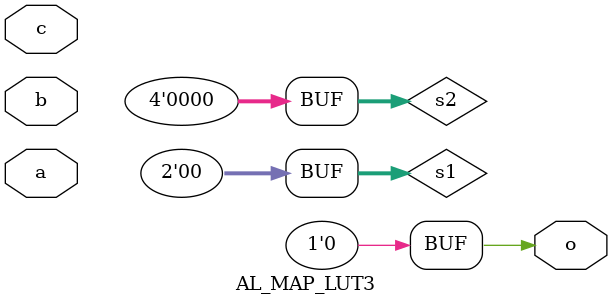
<source format=v>
module AL_MAP_LUT3 (
	output o,
	input a,
	input b,
	input c
);
	parameter [7:0] INIT = 8'h0;
	parameter EQN = "(A)";
	wire [3:0] s2 = c ? INIT[ 7:4] : INIT[3:0];
	wire [1:0] s1 = b ?   s2[ 3:2] :   s2[1:0];
	assign o = a ? s1[1] : s1[0];	
endmodule
</source>
